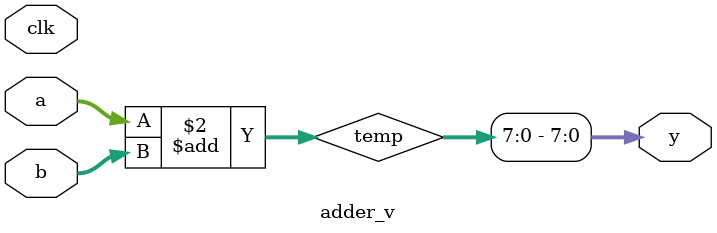
<source format=v>
`timescale 1ns / 1ps
module adder_v(clk, a, b, y );
parameter WIDTH = 8;

input [WIDTH-1:0] a, b;
input wire clk;
output [WIDTH-1:0] y;

reg [31:0] temp; 

always@(*) temp <= a + b;

assign y = temp;

endmodule

</source>
